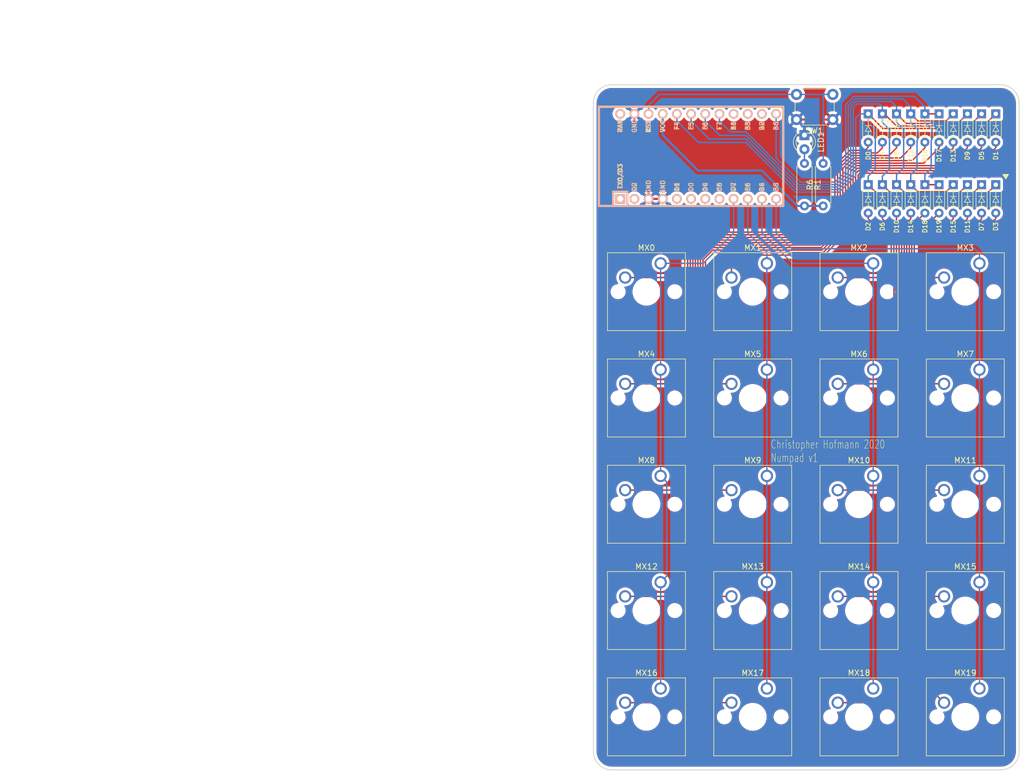
<source format=kicad_pcb>
(kicad_pcb (version 20171130) (host pcbnew "(5.1.6)-1")
  (layers (0 F.Cu signal) (31 B.Cu signal) (34 B.Paste user) (35 F.Paste user) (36 B.SilkS user) (37 F.SilkS user) (38 B.Mask user) (39 F.Mask user) (44 Edge.Cuts user))
  (net 0 "")
  (net 1 row0)
  (net 2 "Net-(D1-Pad2)")
  (net 3 row1)
  (net 4 "Net-(D2-Pad2)")
  (net 5 row2)
  (net 6 "Net-(D3-Pad2)")
  (net 7 "Net-(D4-Pad2)")
  (net 8 row3)
  (net 9 row4)
  (net 10 "Net-(D5-Pad2)")
  (net 11 "Net-(D6-Pad2)")
  (net 12 "Net-(D7-Pad2)")
  (net 13 "Net-(D8-Pad2)")
  (net 14 "Net-(D9-Pad2)")
  (net 15 "Net-(D10-Pad2)")
  (net 16 "Net-(D11-Pad2)")
  (net 17 "Net-(D12-Pad2)")
  (net 18 "Net-(D13-Pad2)")
  (net 19 "Net-(D14-Pad2)")
  (net 20 "Net-(D15-Pad2)")
  (net 21 "Net-(D16-Pad2)")
  (net 22 "Net-(D17-Pad2)")
  (net 23 GND)
  (net 24 +5V)
  (net 25 reset)
  (net 26 "Net-(LED1-Pad2)")
  (net 27 col0)
  (net 28 col2)
  (net 29 "Net-(D18-Pad2)")
  (net 30 "Net-(D19-Pad2)")
  (net 31 col1)
  (net 32 col3)
  (net 33 "Net-(D0-Pad2)")
  (module Keebio-Parts:ArduinoProMicro (layer F.Cu) (at 124.46 27.94)
    (fp_text reference U1 hide)
    (fp_text value ProMicro hide)
    (fp_text user ST (at -8.91 -5.04 90) (layer B.SilkS) (effects (font (size 0.8 0.8)) (justify mirror)))
    (fp_text user TX0/D3 (at -13.97 3.571872 90) (layer F.SilkS) (effects (font (size 0.8 0.8))))
    (fp_text user TX0/D3 (at -13.97 3.571872 90) (layer B.SilkS) (effects (font (size 0.8 0.8)) (justify mirror)))
    (fp_text user D2 (at -11.43 5.461 90) (layer F.SilkS) (effects (font (size 0.8 0.8))))
    (fp_text user D0 (at -1.27 5.461 90) (layer F.SilkS) (effects (font (size 0.8 0.8))))
    (fp_text user D1 (at -3.81 5.461 90) (layer F.SilkS) (effects (font (size 0.8 0.8))))
    (fp_text user GND (at -6.35 5.461 90) (layer F.SilkS) (effects (font (size 0.8 0.8))))
    (fp_text user GND (at -8.89 5.461 90) (layer F.SilkS) (effects (font (size 0.8 0.8))))
    (fp_text user D4 (at 1.27 5.461 90) (layer F.SilkS) (effects (font (size 0.8 0.8))))
    (fp_text user C6 (at 3.81 5.461 90) (layer F.SilkS) (effects (font (size 0.8 0.8))))
    (fp_text user D7 (at 6.35 5.461 90) (layer F.SilkS) (effects (font (size 0.8 0.8))))
    (fp_text user E6 (at 8.89 5.461 90) (layer F.SilkS) (effects (font (size 0.8 0.8))))
    (fp_text user B4 (at 11.43 5.461 90) (layer F.SilkS) (effects (font (size 0.8 0.8))))
    (fp_text user B5 (at 13.97 5.461 90) (layer F.SilkS) (effects (font (size 0.8 0.8))))
    (fp_text user B6 (at 13.97 -5.461 90) (layer F.SilkS) (effects (font (size 0.8 0.8))))
    (fp_text user B2 (at 11.43 -5.461 90) (layer B.SilkS) (effects (font (size 0.8 0.8)) (justify mirror)))
    (fp_text user B3 (at 8.89 -5.461 90) (layer F.SilkS) (effects (font (size 0.8 0.8))))
    (fp_text user B1 (at 6.35 -5.461 90) (layer F.SilkS) (effects (font (size 0.8 0.8))))
    (fp_text user F7 (at 3.81 -5.461 90) (layer B.SilkS) (effects (font (size 0.8 0.8)) (justify mirror)))
    (fp_text user F6 (at 1.27 -5.461 90) (layer B.SilkS) (effects (font (size 0.8 0.8)) (justify mirror)))
    (fp_text user F5 (at -1.27 -5.461 90) (layer B.SilkS) (effects (font (size 0.8 0.8)) (justify mirror)))
    (fp_text user F4 (at -3.81 -5.461 90) (layer F.SilkS) (effects (font (size 0.8 0.8))))
    (fp_text user VCC (at -6.35 -5.461 90) (layer F.SilkS) (effects (font (size 0.8 0.8))))
    (fp_text user ST (at -8.92 -5.73312 90) (layer F.SilkS) (effects (font (size 0.8 0.8))))
    (fp_text user GND (at -11.43 -5.461 90) (layer F.SilkS) (effects (font (size 0.8 0.8))))
    (fp_text user RAW (at -13.97 -5.461 90) (layer F.SilkS) (effects (font (size 0.8 0.8))))
    (fp_text user RAW (at -13.97 -5.461 90) (layer B.SilkS) (effects (font (size 0.8 0.8)) (justify mirror)))
    (fp_text user GND (at -11.43 -5.461 90) (layer B.SilkS) (effects (font (size 0.8 0.8)) (justify mirror)))
    (fp_text user VCC (at -6.35 -5.461 90) (layer B.SilkS) (effects (font (size 0.8 0.8)) (justify mirror)))
    (fp_text user F4 (at -3.81 -5.461 90) (layer B.SilkS) (effects (font (size 0.8 0.8)) (justify mirror)))
    (fp_text user F5 (at -1.27 -5.461 90) (layer F.SilkS) (effects (font (size 0.8 0.8))))
    (fp_text user F6 (at 1.27 -5.461 90) (layer F.SilkS) (effects (font (size 0.8 0.8))))
    (fp_text user F7 (at 3.81 -5.461 90) (layer F.SilkS) (effects (font (size 0.8 0.8))))
    (fp_text user B1 (at 6.35 -5.461 90) (layer B.SilkS) (effects (font (size 0.8 0.8)) (justify mirror)))
    (fp_text user B3 (at 8.89 -5.461 90) (layer B.SilkS) (effects (font (size 0.8 0.8)) (justify mirror)))
    (fp_text user B2 (at 11.43 -5.461 90) (layer F.SilkS) (effects (font (size 0.8 0.8))))
    (fp_text user B6 (at 13.97 -5.461 90) (layer B.SilkS) (effects (font (size 0.8 0.8)) (justify mirror)))
    (fp_text user B5 (at 13.97 5.461 90) (layer B.SilkS) (effects (font (size 0.8 0.8)) (justify mirror)))
    (fp_text user B4 (at 11.43 5.461 90) (layer B.SilkS) (effects (font (size 0.8 0.8)) (justify mirror)))
    (fp_text user E6 (at 8.89 5.461 90) (layer B.SilkS) (effects (font (size 0.8 0.8)) (justify mirror)))
    (fp_text user D7 (at 6.35 5.461 90) (layer B.SilkS) (effects (font (size 0.8 0.8)) (justify mirror)))
    (fp_text user C6 (at 3.81 5.461 90) (layer B.SilkS) (effects (font (size 0.8 0.8)) (justify mirror)))
    (fp_text user D4 (at 1.27 5.461 90) (layer B.SilkS) (effects (font (size 0.8 0.8)) (justify mirror)))
    (fp_text user GND (at -8.89 5.461 90) (layer B.SilkS) (effects (font (size 0.8 0.8)) (justify mirror)))
    (fp_text user GND (at -6.35 5.461 90) (layer B.SilkS) (effects (font (size 0.8 0.8)) (justify mirror)))
    (fp_text user D1 (at -3.81 5.461 90) (layer B.SilkS) (effects (font (size 0.8 0.8)) (justify mirror)))
    (fp_text user D0 (at -1.27 5.461 90) (layer B.SilkS) (effects (font (size 0.8 0.8)) (justify mirror)))
    (fp_text user D2 (at -11.43 5.461 90) (layer B.SilkS) (effects (font (size 0.8 0.8)) (justify mirror)))
    (pad 24 thru_hole circle (at -13.97 -7.62) (size 1.7526 1.7526) (drill 1.0922) (layers *.Cu *.SilkS *.Mask))
    (pad 12 thru_hole circle (at 13.97 7.62) (size 1.7526 1.7526) (drill 1.0922) (layers *.Cu *.SilkS *.Mask) (net 32 col3))
    (pad 23 thru_hole circle (at -11.43 -7.62) (size 1.7526 1.7526) (drill 1.0922) (layers *.Cu *.SilkS *.Mask) (net 23 GND))
    (pad 22 thru_hole circle (at -8.89 -7.62) (size 1.7526 1.7526) (drill 1.0922) (layers *.Cu *.SilkS *.Mask) (net 25 reset))
    (pad 21 thru_hole circle (at -6.35 -7.62) (size 1.7526 1.7526) (drill 1.0922) (layers *.Cu *.SilkS *.Mask) (net 24 +5V))
    (pad 20 thru_hole circle (at -3.81 -7.62) (size 1.7526 1.7526) (drill 1.0922) (layers *.Cu *.SilkS *.Mask) (net 1 row0))
    (pad 19 thru_hole circle (at -1.27 -7.62) (size 1.7526 1.7526) (drill 1.0922) (layers *.Cu *.SilkS *.Mask) (net 3 row1))
    (pad 18 thru_hole circle (at 1.27 -7.62) (size 1.7526 1.7526) (drill 1.0922) (layers *.Cu *.SilkS *.Mask) (net 5 row2))
    (pad 17 thru_hole circle (at 3.81 -7.62) (size 1.7526 1.7526) (drill 1.0922) (layers *.Cu *.SilkS *.Mask) (net 8 row3))
    (pad 16 thru_hole circle (at 6.35 -7.62) (size 1.7526 1.7526) (drill 1.0922) (layers *.Cu *.SilkS *.Mask))
    (pad 15 thru_hole circle (at 8.89 -7.62) (size 1.7526 1.7526) (drill 1.0922) (layers *.Cu *.SilkS *.Mask))
    (pad 14 thru_hole circle (at 11.43 -7.62) (size 1.7526 1.7526) (drill 1.0922) (layers *.Cu *.SilkS *.Mask))
    (pad 13 thru_hole circle (at 13.97 -7.62) (size 1.7526 1.7526) (drill 1.0922) (layers *.Cu *.SilkS *.Mask) (net 9 row4))
    (pad 11 thru_hole circle (at 11.43 7.62) (size 1.7526 1.7526) (drill 1.0922) (layers *.Cu *.SilkS *.Mask) (net 28 col2))
    (pad 10 thru_hole circle (at 8.89 7.62) (size 1.7526 1.7526) (drill 1.0922) (layers *.Cu *.SilkS *.Mask) (net 31 col1))
    (pad 9 thru_hole circle (at 6.35 7.62) (size 1.7526 1.7526) (drill 1.0922) (layers *.Cu *.SilkS *.Mask) (net 27 col0))
    (pad 8 thru_hole circle (at 3.81 7.62) (size 1.7526 1.7526) (drill 1.0922) (layers *.Cu *.SilkS *.Mask))
    (pad 7 thru_hole circle (at 1.27 7.62) (size 1.7526 1.7526) (drill 1.0922) (layers *.Cu *.SilkS *.Mask))
    (pad 6 thru_hole circle (at -1.27 7.62) (size 1.7526 1.7526) (drill 1.0922) (layers *.Cu *.SilkS *.Mask))
    (pad 5 thru_hole circle (at -3.81 7.62) (size 1.7526 1.7526) (drill 1.0922) (layers *.Cu *.SilkS *.Mask))
    (pad 4 thru_hole circle (at -6.35 7.62) (size 1.7526 1.7526) (drill 1.0922) (layers *.Cu *.SilkS *.Mask) (net 23 GND))
    (pad 3 thru_hole circle (at -8.89 7.62) (size 1.7526 1.7526) (drill 1.0922) (layers *.Cu *.SilkS *.Mask) (net 23 GND))
    (pad 2 thru_hole circle (at -11.43 7.62) (size 1.7526 1.7526) (drill 1.0922) (layers *.Cu *.SilkS *.Mask))
    (pad 1 thru_hole rect (at -13.97 7.62) (size 1.7526 1.7526) (drill 1.0922) (layers *.Cu *.SilkS *.Mask))
  )
  (module Button_Switch_THT:SW_PUSH_6mm (layer F.Cu) (at 148.59 21.336 180)
    (fp_text reference SW1 (at 3.25 -2) (layer F.SilkS))
    (fp_text value SW_Push)
    (pad 1 thru_hole circle (at 6.5 0 270) (size 2 2) (drill 1.1) (layers *.Cu *.Mask) (net 23 GND))
    (pad 2 thru_hole circle (at 6.5 4.5 270) (size 2 2) (drill 1.1) (layers *.Cu *.Mask) (net 25 reset))
    (pad 1 thru_hole circle (at 0 0 270) (size 2 2) (drill 1.1) (layers *.Cu *.Mask) (net 23 GND))
    (pad 2 thru_hole circle (at 0 4.5 270) (size 2 2) (drill 1.1) (layers *.Cu *.Mask) (net 25 reset))
  )
  (module Button_Switch_Keyboard:SW_Cherry_MX_1.00u_PCB (layer F.Cu) (at 136.779 47.117)
    (fp_text reference MX1 (at -2.54 -2.794) (layer F.SilkS))
    (fp_text value MX-NoLED)
    (pad "" np_thru_hole circle (at 2.54 5.08) (size 1.7 1.7) (drill 1.7) (layers *.Cu *.Mask))
    (pad "" np_thru_hole circle (at -7.62 5.08) (size 1.7 1.7) (drill 1.7) (layers *.Cu *.Mask))
    (pad "" np_thru_hole circle (at -2.54 5.08) (size 4 4) (drill 4) (layers *.Cu *.Mask))
    (pad 2 thru_hole circle (at -6.35 2.54) (size 2.2 2.2) (drill 1.5) (layers *.Cu *.Mask) (net 2 "Net-(D1-Pad2)"))
    (pad 1 thru_hole circle (at 0 0) (size 2.2 2.2) (drill 1.5) (layers *.Cu *.Mask) (net 31 col1))
  )
  (module Button_Switch_Keyboard:SW_Cherry_MX_1.00u_PCB (layer F.Cu) (at 117.729 123.317)
    (fp_text reference MX16 (at -2.54 -2.794) (layer F.SilkS))
    (fp_text value MX-NoLED)
    (pad "" np_thru_hole circle (at 2.54 5.08) (size 1.7 1.7) (drill 1.7) (layers *.Cu *.Mask))
    (pad "" np_thru_hole circle (at -7.62 5.08) (size 1.7 1.7) (drill 1.7) (layers *.Cu *.Mask))
    (pad "" np_thru_hole circle (at -2.54 5.08) (size 4 4) (drill 4) (layers *.Cu *.Mask))
    (pad 2 thru_hole circle (at -6.35 2.54) (size 2.2 2.2) (drill 1.5) (layers *.Cu *.Mask) (net 21 "Net-(D16-Pad2)"))
    (pad 1 thru_hole circle (at 0 0) (size 2.2 2.2) (drill 1.5) (layers *.Cu *.Mask) (net 27 col0))
  )
  (module Button_Switch_Keyboard:SW_Cherry_MX_1.00u_PCB (layer F.Cu) (at 155.829 104.267)
    (fp_text reference MX14 (at -2.54 -2.794) (layer F.SilkS))
    (fp_text value MX-NoLED)
    (pad "" np_thru_hole circle (at 2.54 5.08) (size 1.7 1.7) (drill 1.7) (layers *.Cu *.Mask))
    (pad "" np_thru_hole circle (at -7.62 5.08) (size 1.7 1.7) (drill 1.7) (layers *.Cu *.Mask))
    (pad "" np_thru_hole circle (at -2.54 5.08) (size 4 4) (drill 4) (layers *.Cu *.Mask))
    (pad 2 thru_hole circle (at -6.35 2.54) (size 2.2 2.2) (drill 1.5) (layers *.Cu *.Mask) (net 19 "Net-(D14-Pad2)"))
    (pad 1 thru_hole circle (at 0 0) (size 2.2 2.2) (drill 1.5) (layers *.Cu *.Mask) (net 28 col2))
  )
  (module USER_FOOTPRINTS:D_DO-35_SOD27_P5.08mm_Horizontal (layer F.Cu) (at 167.64 19.05 270)
    (fp_text reference D17 (at 8.77 0 90) (layer F.SilkS) (effects (font (size 0.8 0.8))))
    (fp_text value 1N4148)
    (pad 2 thru_hole oval (at 6.35 0 270) (size 1.6 1.6) (drill 0.8) (layers *.Cu *.Mask) (net 22 "Net-(D17-Pad2)"))
    (pad 1 thru_hole rect (at 1.27 0 270) (size 1.6 1.6) (drill 0.8) (layers *.Cu *.Mask) (net 9 row4))
  )
  (module USER_FOOTPRINTS:D_DO-35_SOD27_P5.08mm_Horizontal (layer F.Cu) (at 170.18 19.05 270)
    (fp_text reference D13 (at 8.77 0 90) (layer F.SilkS) (effects (font (size 0.8 0.8))))
    (fp_text value 1N4148)
    (pad 2 thru_hole oval (at 6.35 0 270) (size 1.6 1.6) (drill 0.8) (layers *.Cu *.Mask) (net 18 "Net-(D13-Pad2)"))
    (pad 1 thru_hole rect (at 1.27 0 270) (size 1.6 1.6) (drill 0.8) (layers *.Cu *.Mask) (net 8 row3))
  )
  (module USER_FOOTPRINTS:D_DO-35_SOD27_P5.08mm_Horizontal (layer F.Cu) (at 175.26 19.05 270)
    (fp_text reference D5 (at 8.77 0 90) (layer F.SilkS) (effects (font (size 0.8 0.8))))
    (fp_text value 1N4148)
    (pad 2 thru_hole oval (at 6.35 0 270) (size 1.6 1.6) (drill 0.8) (layers *.Cu *.Mask) (net 10 "Net-(D5-Pad2)"))
    (pad 1 thru_hole rect (at 1.27 0 270) (size 1.6 1.6) (drill 0.8) (layers *.Cu *.Mask) (net 3 row1))
  )
  (module USER_FOOTPRINTS:D_DO-35_SOD27_P5.08mm_Horizontal (layer F.Cu) (at 177.8 19.05 270)
    (fp_text reference D1 (at 8.77 0 90) (layer F.SilkS) (effects (font (size 0.8 0.8))))
    (fp_text value 1N4148)
    (pad 2 thru_hole oval (at 6.35 0 270) (size 1.6 1.6) (drill 0.8) (layers *.Cu *.Mask) (net 2 "Net-(D1-Pad2)"))
    (pad 1 thru_hole rect (at 1.27 0 270) (size 1.6 1.6) (drill 0.8) (layers *.Cu *.Mask) (net 1 row0))
  )
  (module USER_FOOTPRINTS:D_DO-35_SOD27_P5.08mm_Horizontal (layer F.Cu) (at 165.1 19.05 270)
    (fp_text reference D16 (at 8.77 0 90) (layer F.SilkS) (effects (font (size 0.8 0.8))))
    (fp_text value 1N4148)
    (pad 2 thru_hole oval (at 6.35 0 270) (size 1.6 1.6) (drill 0.8) (layers *.Cu *.Mask) (net 21 "Net-(D16-Pad2)"))
    (pad 1 thru_hole rect (at 1.27 0 270) (size 1.6 1.6) (drill 0.8) (layers *.Cu *.Mask) (net 9 row4))
  )
  (module USER_FOOTPRINTS:D_DO-35_SOD27_P5.08mm_Horizontal (layer F.Cu) (at 157.48 19.05 270)
    (fp_text reference D4 (at 8.77 0 90) (layer F.SilkS) (effects (font (size 0.8 0.8))))
    (fp_text value 1N4148)
    (pad 2 thru_hole oval (at 6.35 0 270) (size 1.6 1.6) (drill 0.8) (layers *.Cu *.Mask) (net 7 "Net-(D4-Pad2)"))
    (pad 1 thru_hole rect (at 1.27 0 270) (size 1.6 1.6) (drill 0.8) (layers *.Cu *.Mask) (net 3 row1))
  )
  (module USER_FOOTPRINTS:D_DO-35_SOD27_P5.08mm_Horizontal (layer F.Cu) (at 162.56 19.05 270)
    (fp_text reference D12 (at 8.77 0 90) (layer F.SilkS) (effects (font (size 0.8 0.8))))
    (fp_text value 1N4148)
    (pad 2 thru_hole oval (at 6.35 0 270) (size 1.6 1.6) (drill 0.8) (layers *.Cu *.Mask) (net 17 "Net-(D12-Pad2)"))
    (pad 1 thru_hole rect (at 1.27 0 270) (size 1.6 1.6) (drill 0.8) (layers *.Cu *.Mask) (net 8 row3))
  )
  (module USER_FOOTPRINTS:D_DO-35_SOD27_P5.08mm_Horizontal (layer F.Cu) (at 160.02 19.05 270)
    (fp_text reference D8 (at 8.77 0 90) (layer F.SilkS) (effects (font (size 0.8 0.8))))
    (fp_text value 1N4148)
    (pad 2 thru_hole oval (at 6.35 0 270) (size 1.6 1.6) (drill 0.8) (layers *.Cu *.Mask) (net 13 "Net-(D8-Pad2)"))
    (pad 1 thru_hole rect (at 1.27 0 270) (size 1.6 1.6) (drill 0.8) (layers *.Cu *.Mask) (net 5 row2))
  )
  (module USER_FOOTPRINTS:D_DO-35_SOD27_P5.08mm_Horizontal (layer F.Cu) (at 172.72 19.05 270)
    (fp_text reference D9 (at 8.77 0 90) (layer F.SilkS) (effects (font (size 0.8 0.8))))
    (fp_text value 1N4148)
    (pad 2 thru_hole oval (at 6.35 0 270) (size 1.6 1.6) (drill 0.8) (layers *.Cu *.Mask) (net 14 "Net-(D9-Pad2)"))
    (pad 1 thru_hole rect (at 1.27 0 270) (size 1.6 1.6) (drill 0.8) (layers *.Cu *.Mask) (net 5 row2))
  )
  (module USER_FOOTPRINTS:D_DO-35_SOD27_P5.08mm_Horizontal (layer F.Cu) (at 170.18 31.75 270)
    (fp_text reference D15 (at 8.77 0 90) (layer F.SilkS) (effects (font (size 0.8 0.8))))
    (fp_text value 1N4148)
    (pad 2 thru_hole oval (at 6.35 0 270) (size 1.6 1.6) (drill 0.8) (layers *.Cu *.Mask) (net 20 "Net-(D15-Pad2)"))
    (pad 1 thru_hole rect (at 1.27 0 270) (size 1.6 1.6) (drill 0.8) (layers *.Cu *.Mask) (net 8 row3))
  )
  (module USER_FOOTPRINTS:D_DO-35_SOD27_P5.08mm_Horizontal (layer F.Cu) (at 167.64 31.75 270)
    (fp_text reference D19 (at 8.77 0 90) (layer F.SilkS) (effects (font (size 0.8 0.8))))
    (fp_text value 1N4148)
    (pad 2 thru_hole oval (at 6.35 0 270) (size 1.6 1.6) (drill 0.8) (layers *.Cu *.Mask) (net 30 "Net-(D19-Pad2)"))
    (pad 1 thru_hole rect (at 1.27 0 270) (size 1.6 1.6) (drill 0.8) (layers *.Cu *.Mask) (net 9 row4))
  )
  (module USER_FOOTPRINTS:D_DO-35_SOD27_P5.08mm_Horizontal (layer F.Cu) (at 165.1 31.75 270)
    (fp_text reference D18 (at 8.77 0 90) (layer F.SilkS) (effects (font (size 0.8 0.8))))
    (fp_text value 1N4148)
    (pad 2 thru_hole oval (at 6.35 0 270) (size 1.6 1.6) (drill 0.8) (layers *.Cu *.Mask) (net 29 "Net-(D18-Pad2)"))
    (pad 1 thru_hole rect (at 1.27 0 270) (size 1.6 1.6) (drill 0.8) (layers *.Cu *.Mask) (net 9 row4))
  )
  (module USER_FOOTPRINTS:D_DO-35_SOD27_P5.08mm_Horizontal (layer F.Cu) (at 162.56 31.75 270)
    (fp_text reference D14 (at 8.77 0 90) (layer F.SilkS) (effects (font (size 0.8 0.8))))
    (fp_text value 1N4148)
    (pad 2 thru_hole oval (at 6.35 0 270) (size 1.6 1.6) (drill 0.8) (layers *.Cu *.Mask) (net 19 "Net-(D14-Pad2)"))
    (pad 1 thru_hole rect (at 1.27 0 270) (size 1.6 1.6) (drill 0.8) (layers *.Cu *.Mask) (net 8 row3))
  )
  (module USER_FOOTPRINTS:D_DO-35_SOD27_P5.08mm_Horizontal (layer F.Cu) (at 172.72 31.75 270)
    (fp_text reference D11 (at 8.77 0 90) (layer F.SilkS) (effects (font (size 0.8 0.8))))
    (fp_text value 1N4148)
    (pad 2 thru_hole oval (at 6.35 0 270) (size 1.6 1.6) (drill 0.8) (layers *.Cu *.Mask) (net 16 "Net-(D11-Pad2)"))
    (pad 1 thru_hole rect (at 1.27 0 270) (size 1.6 1.6) (drill 0.8) (layers *.Cu *.Mask) (net 5 row2))
  )
  (module USER_FOOTPRINTS:D_DO-35_SOD27_P5.08mm_Horizontal (layer F.Cu) (at 160.02 31.75 270)
    (fp_text reference D10 (at 8.77 0 90) (layer F.SilkS) (effects (font (size 0.8 0.8))))
    (fp_text value 1N4148)
    (pad 2 thru_hole oval (at 6.35 0 270) (size 1.6 1.6) (drill 0.8) (layers *.Cu *.Mask) (net 15 "Net-(D10-Pad2)"))
    (pad 1 thru_hole rect (at 1.27 0 270) (size 1.6 1.6) (drill 0.8) (layers *.Cu *.Mask) (net 5 row2))
  )
  (module USER_FOOTPRINTS:D_DO-35_SOD27_P5.08mm_Horizontal (layer F.Cu) (at 175.26 31.75 270)
    (fp_text reference D7 (at 8.77 0 90) (layer F.SilkS) (effects (font (size 0.8 0.8))))
    (fp_text value 1N4148)
    (pad 2 thru_hole oval (at 6.35 0 270) (size 1.6 1.6) (drill 0.8) (layers *.Cu *.Mask) (net 12 "Net-(D7-Pad2)"))
    (pad 1 thru_hole rect (at 1.27 0 270) (size 1.6 1.6) (drill 0.8) (layers *.Cu *.Mask) (net 3 row1))
  )
  (module USER_FOOTPRINTS:D_DO-35_SOD27_P5.08mm_Horizontal (layer F.Cu) (at 157.48 31.75 270)
    (fp_text reference D6 (at 8.77 0 90) (layer F.SilkS) (effects (font (size 0.8 0.8))))
    (fp_text value 1N4148)
    (pad 2 thru_hole oval (at 6.35 0 270) (size 1.6 1.6) (drill 0.8) (layers *.Cu *.Mask) (net 11 "Net-(D6-Pad2)"))
    (pad 1 thru_hole rect (at 1.27 0 270) (size 1.6 1.6) (drill 0.8) (layers *.Cu *.Mask) (net 3 row1))
  )
  (module USER_FOOTPRINTS:D_DO-35_SOD27_P5.08mm_Horizontal (layer F.Cu) (at 177.8 31.75 270)
    (fp_text reference D3 (at 8.77 0 90) (layer F.SilkS) (effects (font (size 0.8 0.8))))
    (fp_text value 1N4148)
    (pad 2 thru_hole oval (at 6.35 0 270) (size 1.6 1.6) (drill 0.8) (layers *.Cu *.Mask) (net 6 "Net-(D3-Pad2)"))
    (pad 1 thru_hole rect (at 1.27 0 270) (size 1.6 1.6) (drill 0.8) (layers *.Cu *.Mask) (net 1 row0))
  )
  (module USER_FOOTPRINTS:D_DO-35_SOD27_P5.08mm_Horizontal (layer F.Cu) (at 154.94 31.75 270)
    (fp_text reference D2 (at 8.77 0 90) (layer F.SilkS) (effects (font (size 0.8 0.8))))
    (fp_text value 1N4148)
    (pad 2 thru_hole oval (at 6.35 0 270) (size 1.6 1.6) (drill 0.8) (layers *.Cu *.Mask) (net 4 "Net-(D2-Pad2)"))
    (pad 1 thru_hole rect (at 1.27 0 270) (size 1.6 1.6) (drill 0.8) (layers *.Cu *.Mask) (net 1 row0))
  )
  (module USER_FOOTPRINTS:D_DO-35_SOD27_P5.08mm_Horizontal (layer F.Cu) (at 154.94 19.05 270)
    (fp_text reference D0 (at 8.77 0 90) (layer F.SilkS) (effects (font (size 0.8 0.8))))
    (fp_text value 1N4148)
    (pad 2 thru_hole oval (at 6.35 0 270) (size 1.6 1.6) (drill 0.8) (layers *.Cu *.Mask) (net 33 "Net-(D0-Pad2)"))
    (pad 1 thru_hole rect (at 1.27 0 270) (size 1.6 1.6) (drill 0.8) (layers *.Cu *.Mask) (net 1 row0))
  )
  (module Button_Switch_Keyboard:SW_Cherry_MX_1.00u_PCB (layer F.Cu) (at 174.879 123.317)
    (fp_text reference MX19 (at -2.54 -2.794) (layer F.SilkS))
    (fp_text value MX-NoLED)
    (pad "" np_thru_hole circle (at 2.54 5.08) (size 1.7 1.7) (drill 1.7) (layers *.Cu *.Mask))
    (pad "" np_thru_hole circle (at -7.62 5.08) (size 1.7 1.7) (drill 1.7) (layers *.Cu *.Mask))
    (pad "" np_thru_hole circle (at -2.54 5.08) (size 4 4) (drill 4) (layers *.Cu *.Mask))
    (pad 2 thru_hole circle (at -6.35 2.54) (size 2.2 2.2) (drill 1.5) (layers *.Cu *.Mask) (net 30 "Net-(D19-Pad2)"))
    (pad 1 thru_hole circle (at 0 0) (size 2.2 2.2) (drill 1.5) (layers *.Cu *.Mask) (net 32 col3))
  )
  (module Button_Switch_Keyboard:SW_Cherry_MX_1.00u_PCB (layer F.Cu) (at 155.829 123.317)
    (fp_text reference MX18 (at -2.54 -2.794) (layer F.SilkS))
    (fp_text value MX-NoLED)
    (pad "" np_thru_hole circle (at 2.54 5.08) (size 1.7 1.7) (drill 1.7) (layers *.Cu *.Mask))
    (pad "" np_thru_hole circle (at -7.62 5.08) (size 1.7 1.7) (drill 1.7) (layers *.Cu *.Mask))
    (pad "" np_thru_hole circle (at -2.54 5.08) (size 4 4) (drill 4) (layers *.Cu *.Mask))
    (pad 2 thru_hole circle (at -6.35 2.54) (size 2.2 2.2) (drill 1.5) (layers *.Cu *.Mask) (net 29 "Net-(D18-Pad2)"))
    (pad 1 thru_hole circle (at 0 0) (size 2.2 2.2) (drill 1.5) (layers *.Cu *.Mask) (net 28 col2))
  )
  (module Button_Switch_Keyboard:SW_Cherry_MX_1.00u_PCB (layer F.Cu) (at 136.779 123.317)
    (fp_text reference MX17 (at -2.54 -2.794) (layer F.SilkS))
    (fp_text value MX-NoLED)
    (pad "" np_thru_hole circle (at 2.54 5.08) (size 1.7 1.7) (drill 1.7) (layers *.Cu *.Mask))
    (pad "" np_thru_hole circle (at -7.62 5.08) (size 1.7 1.7) (drill 1.7) (layers *.Cu *.Mask))
    (pad "" np_thru_hole circle (at -2.54 5.08) (size 4 4) (drill 4) (layers *.Cu *.Mask))
    (pad 2 thru_hole circle (at -6.35 2.54) (size 2.2 2.2) (drill 1.5) (layers *.Cu *.Mask) (net 22 "Net-(D17-Pad2)"))
    (pad 1 thru_hole circle (at 0 0) (size 2.2 2.2) (drill 1.5) (layers *.Cu *.Mask) (net 31 col1))
  )
  (module Button_Switch_Keyboard:SW_Cherry_MX_1.00u_PCB (layer F.Cu) (at 174.879 104.267)
    (fp_text reference MX15 (at -2.54 -2.794) (layer F.SilkS))
    (fp_text value MX-NoLED)
    (pad "" np_thru_hole circle (at 2.54 5.08) (size 1.7 1.7) (drill 1.7) (layers *.Cu *.Mask))
    (pad "" np_thru_hole circle (at -7.62 5.08) (size 1.7 1.7) (drill 1.7) (layers *.Cu *.Mask))
    (pad "" np_thru_hole circle (at -2.54 5.08) (size 4 4) (drill 4) (layers *.Cu *.Mask))
    (pad 2 thru_hole circle (at -6.35 2.54) (size 2.2 2.2) (drill 1.5) (layers *.Cu *.Mask) (net 20 "Net-(D15-Pad2)"))
    (pad 1 thru_hole circle (at 0 0) (size 2.2 2.2) (drill 1.5) (layers *.Cu *.Mask) (net 32 col3))
  )
  (module Button_Switch_Keyboard:SW_Cherry_MX_1.00u_PCB (layer F.Cu) (at 136.779 104.267)
    (fp_text reference MX13 (at -2.54 -2.794) (layer F.SilkS))
    (fp_text value MX-NoLED)
    (pad "" np_thru_hole circle (at 2.54 5.08) (size 1.7 1.7) (drill 1.7) (layers *.Cu *.Mask))
    (pad "" np_thru_hole circle (at -7.62 5.08) (size 1.7 1.7) (drill 1.7) (layers *.Cu *.Mask))
    (pad "" np_thru_hole circle (at -2.54 5.08) (size 4 4) (drill 4) (layers *.Cu *.Mask))
    (pad 2 thru_hole circle (at -6.35 2.54) (size 2.2 2.2) (drill 1.5) (layers *.Cu *.Mask) (net 18 "Net-(D13-Pad2)"))
    (pad 1 thru_hole circle (at 0 0) (size 2.2 2.2) (drill 1.5) (layers *.Cu *.Mask) (net 31 col1))
  )
  (module Button_Switch_Keyboard:SW_Cherry_MX_1.00u_PCB (layer F.Cu) (at 117.729 104.267)
    (fp_text reference MX12 (at -2.54 -2.794) (layer F.SilkS))
    (fp_text value MX-NoLED)
    (pad "" np_thru_hole circle (at 2.54 5.08) (size 1.7 1.7) (drill 1.7) (layers *.Cu *.Mask))
    (pad "" np_thru_hole circle (at -7.62 5.08) (size 1.7 1.7) (drill 1.7) (layers *.Cu *.Mask))
    (pad "" np_thru_hole circle (at -2.54 5.08) (size 4 4) (drill 4) (layers *.Cu *.Mask))
    (pad 2 thru_hole circle (at -6.35 2.54) (size 2.2 2.2) (drill 1.5) (layers *.Cu *.Mask) (net 17 "Net-(D12-Pad2)"))
    (pad 1 thru_hole circle (at 0 0) (size 2.2 2.2) (drill 1.5) (layers *.Cu *.Mask) (net 27 col0))
  )
  (module Button_Switch_Keyboard:SW_Cherry_MX_1.00u_PCB (layer F.Cu) (at 174.879 85.217)
    (fp_text reference MX11 (at -2.54 -2.794) (layer F.SilkS))
    (fp_text value MX-NoLED)
    (pad "" np_thru_hole circle (at 2.54 5.08) (size 1.7 1.7) (drill 1.7) (layers *.Cu *.Mask))
    (pad "" np_thru_hole circle (at -7.62 5.08) (size 1.7 1.7) (drill 1.7) (layers *.Cu *.Mask))
    (pad "" np_thru_hole circle (at -2.54 5.08) (size 4 4) (drill 4) (layers *.Cu *.Mask))
    (pad 2 thru_hole circle (at -6.35 2.54) (size 2.2 2.2) (drill 1.5) (layers *.Cu *.Mask) (net 16 "Net-(D11-Pad2)"))
    (pad 1 thru_hole circle (at 0 0) (size 2.2 2.2) (drill 1.5) (layers *.Cu *.Mask) (net 32 col3))
  )
  (module Button_Switch_Keyboard:SW_Cherry_MX_1.00u_PCB (layer F.Cu) (at 155.829 85.217)
    (fp_text reference MX10 (at -2.54 -2.794) (layer F.SilkS))
    (fp_text value MX-NoLED)
    (pad "" np_thru_hole circle (at 2.54 5.08) (size 1.7 1.7) (drill 1.7) (layers *.Cu *.Mask))
    (pad "" np_thru_hole circle (at -7.62 5.08) (size 1.7 1.7) (drill 1.7) (layers *.Cu *.Mask))
    (pad "" np_thru_hole circle (at -2.54 5.08) (size 4 4) (drill 4) (layers *.Cu *.Mask))
    (pad 2 thru_hole circle (at -6.35 2.54) (size 2.2 2.2) (drill 1.5) (layers *.Cu *.Mask) (net 15 "Net-(D10-Pad2)"))
    (pad 1 thru_hole circle (at 0 0) (size 2.2 2.2) (drill 1.5) (layers *.Cu *.Mask) (net 28 col2))
  )
  (module Button_Switch_Keyboard:SW_Cherry_MX_1.00u_PCB (layer F.Cu) (at 136.779 85.217)
    (fp_text reference MX9 (at -2.54 -2.794) (layer F.SilkS))
    (fp_text value MX-NoLED)
    (pad "" np_thru_hole circle (at 2.54 5.08) (size 1.7 1.7) (drill 1.7) (layers *.Cu *.Mask))
    (pad "" np_thru_hole circle (at -7.62 5.08) (size 1.7 1.7) (drill 1.7) (layers *.Cu *.Mask))
    (pad "" np_thru_hole circle (at -2.54 5.08) (size 4 4) (drill 4) (layers *.Cu *.Mask))
    (pad 2 thru_hole circle (at -6.35 2.54) (size 2.2 2.2) (drill 1.5) (layers *.Cu *.Mask) (net 14 "Net-(D9-Pad2)"))
    (pad 1 thru_hole circle (at 0 0) (size 2.2 2.2) (drill 1.5) (layers *.Cu *.Mask) (net 31 col1))
  )
  (module Button_Switch_Keyboard:SW_Cherry_MX_1.00u_PCB (layer F.Cu) (at 117.729 85.217)
    (fp_text reference MX8 (at -2.54 -2.794) (layer F.SilkS))
    (fp_text value MX-NoLED)
    (pad "" np_thru_hole circle (at 2.54 5.08) (size 1.7 1.7) (drill 1.7) (layers *.Cu *.Mask))
    (pad "" np_thru_hole circle (at -7.62 5.08) (size 1.7 1.7) (drill 1.7) (layers *.Cu *.Mask))
    (pad "" np_thru_hole circle (at -2.54 5.08) (size 4 4) (drill 4) (layers *.Cu *.Mask))
    (pad 2 thru_hole circle (at -6.35 2.54) (size 2.2 2.2) (drill 1.5) (layers *.Cu *.Mask) (net 13 "Net-(D8-Pad2)"))
    (pad 1 thru_hole circle (at 0 0) (size 2.2 2.2) (drill 1.5) (layers *.Cu *.Mask) (net 27 col0))
  )
  (module Button_Switch_Keyboard:SW_Cherry_MX_1.00u_PCB (layer F.Cu) (at 174.879 66.167)
    (fp_text reference MX7 (at -2.54 -2.794) (layer F.SilkS))
    (fp_text value MX-NoLED)
    (pad "" np_thru_hole circle (at 2.54 5.08) (size 1.7 1.7) (drill 1.7) (layers *.Cu *.Mask))
    (pad "" np_thru_hole circle (at -7.62 5.08) (size 1.7 1.7) (drill 1.7) (layers *.Cu *.Mask))
    (pad "" np_thru_hole circle (at -2.54 5.08) (size 4 4) (drill 4) (layers *.Cu *.Mask))
    (pad 2 thru_hole circle (at -6.35 2.54) (size 2.2 2.2) (drill 1.5) (layers *.Cu *.Mask) (net 12 "Net-(D7-Pad2)"))
    (pad 1 thru_hole circle (at 0 0) (size 2.2 2.2) (drill 1.5) (layers *.Cu *.Mask) (net 32 col3))
  )
  (module Button_Switch_Keyboard:SW_Cherry_MX_1.00u_PCB (layer F.Cu) (at 155.829 66.167)
    (fp_text reference MX6 (at -2.54 -2.794) (layer F.SilkS))
    (fp_text value MX-NoLED)
    (pad "" np_thru_hole circle (at 2.54 5.08) (size 1.7 1.7) (drill 1.7) (layers *.Cu *.Mask))
    (pad "" np_thru_hole circle (at -7.62 5.08) (size 1.7 1.7) (drill 1.7) (layers *.Cu *.Mask))
    (pad "" np_thru_hole circle (at -2.54 5.08) (size 4 4) (drill 4) (layers *.Cu *.Mask))
    (pad 2 thru_hole circle (at -6.35 2.54) (size 2.2 2.2) (drill 1.5) (layers *.Cu *.Mask) (net 11 "Net-(D6-Pad2)"))
    (pad 1 thru_hole circle (at 0 0) (size 2.2 2.2) (drill 1.5) (layers *.Cu *.Mask) (net 28 col2))
  )
  (module Button_Switch_Keyboard:SW_Cherry_MX_1.00u_PCB (layer F.Cu) (at 136.779 66.167)
    (fp_text reference MX5 (at -2.54 -2.794) (layer F.SilkS))
    (fp_text value MX-NoLED)
    (pad "" np_thru_hole circle (at 2.54 5.08) (size 1.7 1.7) (drill 1.7) (layers *.Cu *.Mask))
    (pad "" np_thru_hole circle (at -7.62 5.08) (size 1.7 1.7) (drill 1.7) (layers *.Cu *.Mask))
    (pad "" np_thru_hole circle (at -2.54 5.08) (size 4 4) (drill 4) (layers *.Cu *.Mask))
    (pad 2 thru_hole circle (at -6.35 2.54) (size 2.2 2.2) (drill 1.5) (layers *.Cu *.Mask) (net 10 "Net-(D5-Pad2)"))
    (pad 1 thru_hole circle (at 0 0) (size 2.2 2.2) (drill 1.5) (layers *.Cu *.Mask) (net 31 col1))
  )
  (module Button_Switch_Keyboard:SW_Cherry_MX_1.00u_PCB (layer F.Cu) (at 117.729 66.167)
    (fp_text reference MX4 (at -2.54 -2.794) (layer F.SilkS))
    (fp_text value MX-NoLED)
    (pad "" np_thru_hole circle (at 2.54 5.08) (size 1.7 1.7) (drill 1.7) (layers *.Cu *.Mask))
    (pad "" np_thru_hole circle (at -7.62 5.08) (size 1.7 1.7) (drill 1.7) (layers *.Cu *.Mask))
    (pad "" np_thru_hole circle (at -2.54 5.08) (size 4 4) (drill 4) (layers *.Cu *.Mask))
    (pad 2 thru_hole circle (at -6.35 2.54) (size 2.2 2.2) (drill 1.5) (layers *.Cu *.Mask) (net 7 "Net-(D4-Pad2)"))
    (pad 1 thru_hole circle (at 0 0) (size 2.2 2.2) (drill 1.5) (layers *.Cu *.Mask) (net 27 col0))
  )
  (module Button_Switch_Keyboard:SW_Cherry_MX_1.00u_PCB (layer F.Cu) (at 174.879 47.117)
    (fp_text reference MX3 (at -2.54 -2.794) (layer F.SilkS))
    (fp_text value MX-NoLED)
    (pad "" np_thru_hole circle (at 2.54 5.08) (size 1.7 1.7) (drill 1.7) (layers *.Cu *.Mask))
    (pad "" np_thru_hole circle (at -7.62 5.08) (size 1.7 1.7) (drill 1.7) (layers *.Cu *.Mask))
    (pad "" np_thru_hole circle (at -2.54 5.08) (size 4 4) (drill 4) (layers *.Cu *.Mask))
    (pad 2 thru_hole circle (at -6.35 2.54) (size 2.2 2.2) (drill 1.5) (layers *.Cu *.Mask) (net 6 "Net-(D3-Pad2)"))
    (pad 1 thru_hole circle (at 0 0) (size 2.2 2.2) (drill 1.5) (layers *.Cu *.Mask) (net 32 col3))
  )
  (module Button_Switch_Keyboard:SW_Cherry_MX_1.00u_PCB (layer F.Cu) (at 155.829 47.117)
    (fp_text reference MX2 (at -2.54 -2.794) (layer F.SilkS))
    (fp_text value MX-NoLED)
    (pad "" np_thru_hole circle (at 2.54 5.08) (size 1.7 1.7) (drill 1.7) (layers *.Cu *.Mask))
    (pad "" np_thru_hole circle (at -7.62 5.08) (size 1.7 1.7) (drill 1.7) (layers *.Cu *.Mask))
    (pad "" np_thru_hole circle (at -2.54 5.08) (size 4 4) (drill 4) (layers *.Cu *.Mask))
    (pad 2 thru_hole circle (at -6.35 2.54) (size 2.2 2.2) (drill 1.5) (layers *.Cu *.Mask) (net 4 "Net-(D2-Pad2)"))
    (pad 1 thru_hole circle (at 0 0) (size 2.2 2.2) (drill 1.5) (layers *.Cu *.Mask) (net 28 col2))
  )
  (module Button_Switch_Keyboard:SW_Cherry_MX_1.00u_PCB (layer F.Cu) (at 117.729 47.117)
    (fp_text reference MX0 (at -2.54 -2.794) (layer F.SilkS))
    (fp_text value MX-NoLED)
    (pad "" np_thru_hole circle (at 2.54 5.08) (size 1.7 1.7) (drill 1.7) (layers *.Cu *.Mask))
    (pad "" np_thru_hole circle (at -7.62 5.08) (size 1.7 1.7) (drill 1.7) (layers *.Cu *.Mask))
    (pad "" np_thru_hole circle (at -2.54 5.08) (size 4 4) (drill 4) (layers *.Cu *.Mask))
    (pad 2 thru_hole circle (at -6.35 2.54) (size 2.2 2.2) (drill 1.5) (layers *.Cu *.Mask) (net 33 "Net-(D0-Pad2)"))
    (pad 1 thru_hole circle (at 0 0) (size 2.2 2.2) (drill 1.5) (layers *.Cu *.Mask) (net 27 col0))
  )
  (module Resistor_THT:R_Axial_DIN0207_L6.3mm_D2.5mm_P7.62mm_Horizontal (layer F.Cu) (at 146.864493 36.83 90)
    (fp_text reference R6 (at 3.81 -2.37 90) (layer F.SilkS))
    (fp_text value 10K)
    (pad 2 thru_hole oval (at 7.62 0 90) (size 1.6 1.6) (drill 0.8) (layers *.Cu *.Mask) (net 25 reset))
    (pad 1 thru_hole circle (at 0 0 90) (size 1.6 1.6) (drill 0.8) (layers *.Cu *.Mask) (net 24 +5V))
  )
  (module Resistor_THT:R_Axial_DIN0207_L6.3mm_D2.5mm_P7.62mm_Horizontal (layer F.Cu) (at 143.51 29.21 270)
    (fp_text reference R1 (at 3.81 -2.37 90) (layer F.SilkS))
    (fp_text value 1.5k)
    (pad 2 thru_hole oval (at 7.62 0 270) (size 1.6 1.6) (drill 0.8) (layers *.Cu *.Mask) (net 24 +5V))
    (pad 1 thru_hole circle (at 0 0 270) (size 1.6 1.6) (drill 0.8) (layers *.Cu *.Mask) (net 26 "Net-(LED1-Pad2)"))
  )
  (module LED_THT:LED_D3.0mm (layer F.Cu) (at 143.51 24.13 270)
    (fp_text reference LED1 (at 1.27 -2.96 90) (layer F.SilkS))
    (fp_text value POWER)
    (pad 2 thru_hole circle (at 2.54 0 270) (size 1.8 1.8) (drill 0.9) (layers *.Cu *.Mask) (net 26 "Net-(LED1-Pad2)"))
    (pad 1 thru_hole rect (at 0 0 270) (size 1.8 1.8) (drill 0.9) (layers *.Cu *.Mask) (net 23 GND))
  )
  (gr_poly (pts (xy 179.598889 31.968237) (xy 179.073959 31.180842) (xy 180.071326 31.180842)) (layer F.SilkS) (width 0.15))
  (gr_arc (start 108.977543 134.594615) (end 105.670421 134.594615) (angle -90) (layer Edge.Cuts) (width 0.15))
  (gr_arc (start 178.689575 134.594615) (end 178.689575 137.901737) (angle -90) (layer Edge.Cuts) (width 0.15))
  (gr_arc (start 178.689575 18.408859) (end 181.996697 18.408859) (angle -90) (layer Edge.Cuts) (width 0.15))
  (gr_arc (start 108.977543 18.408859) (end 108.977543 15.101737) (angle -90) (layer Edge.Cuts) (width 0.15))
  (gr_text "Christopher Hofmann 2020\nNumpad v1" (at 137.414 80.772) (layer F.SilkS) (effects (font (size 1.5 1) (thickness 0.075)) (justify left)))
  (gr_line (start 105.670421 134.594615) (end 105.670421 18.408859) (layer Edge.Cuts) (width 0.15))
  (gr_line (start 108.977543 15.101737) (end 178.689575 15.101737) (layer Edge.Cuts) (width 0.15))
  (gr_line (start 181.996697 18.408859) (end 181.996697 134.594615) (layer Edge.Cuts) (width 0.15))
  (gr_line (start 178.689575 137.901737) (end 108.977543 137.901737) (layer Edge.Cuts) (width 0.15))
  (segment (start 157.570767 20.72733) (end 157.570767 20.718909) (width 0.25) (layer B.Cu) (net 3))
  (segment (start 136.779 47.117) (end 136.779 66.167) (width 0.25) (layer B.Cu) (net 31))
  (segment (start 136.779 67.722634) (end 136.779 85.217) (width 0.25) (layer B.Cu) (net 31))
  (segment (start 136.779 66.167) (end 136.779 67.722634) (width 0.25) (layer B.Cu) (net 31))
  (segment (start 136.779 86.772634) (end 136.779 104.267) (width 0.25) (layer B.Cu) (net 31))
  (segment (start 136.779 85.217) (end 136.779 86.772634) (width 0.25) (layer B.Cu) (net 31))
  (segment (start 155.829 47.117) (end 155.829 66.167) (width 0.25) (layer B.Cu) (net 28))
  (segment (start 155.829 67.722634) (end 155.829 85.217) (width 0.25) (layer B.Cu) (net 28))
  (segment (start 155.829 66.167) (end 155.829 67.722634) (width 0.25) (layer B.Cu) (net 28))
  (segment (start 155.829 85.217) (end 155.829 104.267) (width 0.25) (layer B.Cu) (net 28))
  (segment (start 155.829 105.822634) (end 155.829 123.317) (width 0.25) (layer B.Cu) (net 28))
  (segment (start 155.829 104.267) (end 155.829 105.822634) (width 0.25) (layer B.Cu) (net 28))
  (segment (start 154.716461 20.77733) (end 154.716461 19.72733) (width 0.25) (layer F.Cu) (net 1))
  (segment (start 177.550923 19.72733) (end 177.550923 20.77733) (width 0.25) (layer F.Cu) (net 1))
  (segment (start 154.94 20.32) (end 154.94 21.844) (width 0.25) (layer B.Cu) (net 1))
  (segment (start 154.94 21.844) (end 156.21 23.114) (width 0.25) (layer B.Cu) (net 1))
  (segment (start 156.21 23.114) (end 156.21 30.226) (width 0.25) (layer B.Cu) (net 1))
  (segment (start 154.94 31.496) (end 154.94 33.02) (width 0.25) (layer B.Cu) (net 1))
  (segment (start 156.21 30.226) (end 154.94 31.496) (width 0.25) (layer B.Cu) (net 1))
  (segment (start 175.179971 22.940029) (end 177.8 20.32) (width 0.25) (layer F.Cu) (net 1))
  (segment (start 157.560029 22.940029) (end 175.179971 22.940029) (width 0.25) (layer F.Cu) (net 1))
  (segment (start 154.94 20.32) (end 157.560029 22.940029) (width 0.25) (layer F.Cu) (net 1))
  (segment (start 175.17997 35.64003) (end 177.8 33.02) (width 0.25) (layer F.Cu) (net 1))
  (segment (start 157.56003 35.64003) (end 175.17997 35.64003) (width 0.25) (layer F.Cu) (net 1))
  (segment (start 154.94 33.02) (end 157.56003 35.64003) (width 0.25) (layer F.Cu) (net 1))
  (segment (start 120.65 21.59) (end 120.65 20.32) (width 0.25) (layer B.Cu) (net 1))
  (segment (start 124.515313 25.455313) (end 120.65 21.59) (width 0.25) (layer B.Cu) (net 1))
  (segment (start 133.020083 25.455313) (end 124.515313 25.455313) (width 0.25) (layer B.Cu) (net 1))
  (segment (start 141.907263 34.342493) (end 133.020083 25.455313) (width 0.25) (layer B.Cu) (net 1))
  (segment (start 153.416 20.32) (end 152.706494 21.029506) (width 0.25) (layer B.Cu) (net 1))
  (segment (start 154.94 20.32) (end 153.416 20.32) (width 0.25) (layer B.Cu) (net 1))
  (segment (start 152.706494 21.029506) (end 152.706493 31.401049) (width 0.25) (layer B.Cu) (net 1))
  (segment (start 152.706493 31.401049) (end 149.765049 34.342493) (width 0.25) (layer B.Cu) (net 1))
  (segment (start 149.765049 34.342493) (end 141.907263 34.342493) (width 0.25) (layer B.Cu) (net 1))
  (segment (start 130.429 49.657) (end 130.429 47.798329) (width 0.25) (layer F.Cu) (net 2))
  (segment (start 132.588001 45.639328) (end 147.048946 45.639328) (width 0.25) (layer F.Cu) (net 2))
  (segment (start 130.429 47.798329) (end 132.588001 45.639328) (width 0.25) (layer F.Cu) (net 2))
  (segment (start 147.048946 45.639328) (end 153.12605 39.562224) (width 0.25) (layer F.Cu) (net 2))
  (segment (start 153.12605 31.27795) (end 153.45195 30.95205) (width 0.25) (layer F.Cu) (net 2))
  (segment (start 153.12605 39.562224) (end 153.12605 31.27795) (width 0.25) (layer F.Cu) (net 2))
  (segment (start 153.45195 30.95205) (end 173.26395 30.95205) (width 0.25) (layer F.Cu) (net 2))
  (segment (start 177.8 26.416) (end 177.8 25.4) (width 0.25) (layer F.Cu) (net 2))
  (segment (start 173.26395 30.95205) (end 177.8 26.416) (width 0.25) (layer F.Cu) (net 2))
  (segment (start 122.098718 46.19384) (end 122.098718 46.351319) (width 0.25) (layer F.Cu) (net 33))
  (segment (start 122.098718 46.666277) (end 122.098718 45.091487) (width 0.25) (layer F.Cu) (net 33))
  (segment (start 122.098718 46.351319) (end 122.098718 46.666277) (width 0.25) (layer F.Cu) (net 33))
  (segment (start 122.098718 46.666277) (end 122.098718 47.191207) (width 0.25) (layer F.Cu) (net 33))
  (segment (start 119.933447 49.657) (end 111.379 49.657) (width 0.25) (layer F.Cu) (net 33))
  (segment (start 120.781632 49.657) (end 119.933447 49.657) (width 0.25) (layer F.Cu) (net 33))
  (segment (start 122.098718 48.339914) (end 120.781632 49.657) (width 0.25) (layer F.Cu) (net 33))
  (segment (start 122.098718 47.191207) (end 122.098718 48.339914) (width 0.25) (layer F.Cu) (net 33))
  (segment (start 174.69661 19.72733) (end 174.69661 20.77733) (width 0.25) (layer F.Cu) (net 3))
  (segment (start 157.48 20.32) (end 157.48 21.844) (width 0.25) (layer B.Cu) (net 3))
  (segment (start 157.48 21.844) (end 158.75 23.114) (width 0.25) (layer B.Cu) (net 3))
  (segment (start 158.75 23.114) (end 158.75 30.226) (width 0.25) (layer B.Cu) (net 3))
  (segment (start 157.48 31.496) (end 157.48 33.02) (width 0.25) (layer B.Cu) (net 3))
  (segment (start 158.75 30.226) (end 157.48 31.496) (width 0.25) (layer B.Cu) (net 3))
  (segment (start 152.256484 20.000309) (end 152.256484 19.955516) (width 0.25) (layer B.Cu) (net 3))
  (segment (start 152.256484 20.000309) (end 152.256484 19.193516) (width 0.25) (layer B.Cu) (net 3))
  (segment (start 152.256484 19.193516) (end 152.908 18.542) (width 0.25) (layer B.Cu) (net 3))
  (segment (start 152.908 18.542) (end 156.972 18.542) (width 0.25) (layer B.Cu) (net 3))
  (segment (start 157.48 19.05) (end 157.48 20.32) (width 0.25) (layer B.Cu) (net 3))
  (segment (start 156.972 18.542) (end 157.48 19.05) (width 0.25) (layer B.Cu) (net 3))
  (segment (start 160.005017 22.490019) (end 173.089981 22.490019) (width 0.25) (layer F.Cu) (net 3))
  (segment (start 157.834998 20.32) (end 160.005017 22.490019) (width 0.25) (layer F.Cu) (net 3))
  (segment (start 173.089981 22.490019) (end 175.26 20.32) (width 0.25) (layer F.Cu) (net 3))
  (segment (start 157.48 20.32) (end 157.834998 20.32) (width 0.25) (layer F.Cu) (net 3))
  (segment (start 173.08998 35.19002) (end 175.26 33.02) (width 0.25) (layer F.Cu) (net 3))
  (segment (start 159.65002 35.19002) (end 173.08998 35.19002) (width 0.25) (layer F.Cu) (net 3))
  (segment (start 157.48 33.02) (end 159.65002 35.19002) (width 0.25) (layer F.Cu) (net 3))
  (segment (start 123.19 21.59) (end 123.19 20.32) (width 0.25) (layer B.Cu) (net 3))
  (segment (start 152.256482 31.21465) (end 149.57865 33.892482) (width 0.25) (layer B.Cu) (net 3))
  (segment (start 152.256484 20.000309) (end 152.256482 31.21465) (width 0.25) (layer B.Cu) (net 3))
  (segment (start 149.57865 33.892482) (end 142.093662 33.892482) (width 0.25) (layer B.Cu) (net 3))
  (segment (start 142.093662 33.892482) (end 133.020788 24.819608) (width 0.25) (layer B.Cu) (net 3))
  (segment (start 126.419608 24.819608) (end 123.19 21.59) (width 0.25) (layer B.Cu) (net 3))
  (segment (start 133.020788 24.819608) (end 126.419608 24.819608) (width 0.25) (layer B.Cu) (net 3))
  (segment (start 155.89801 40.07401) (end 154.94 39.116) (width 0.25) (layer F.Cu) (net 4))
  (segment (start 156.850462 49.657) (end 159.05379 47.453672) (width 0.25) (layer F.Cu) (net 4))
  (segment (start 149.479 49.657) (end 156.850462 49.657) (width 0.25) (layer F.Cu) (net 4))
  (segment (start 159.05379 47.453672) (end 159.05379 40.3102) (width 0.25) (layer F.Cu) (net 4))
  (segment (start 154.94 39.116) (end 154.94 38.1) (width 0.25) (layer F.Cu) (net 4))
  (segment (start 159.05379 40.3102) (end 158.8176 40.07401) (width 0.25) (layer F.Cu) (net 4))
  (segment (start 158.8176 40.07401) (end 155.89801 40.07401) (width 0.25) (layer F.Cu) (net 4))
  (segment (start 160.02 20.32) (end 160.02 21.844) (width 0.25) (layer B.Cu) (net 5))
  (segment (start 160.02 21.844) (end 161.29 23.114) (width 0.25) (layer B.Cu) (net 5))
  (segment (start 161.29 23.114) (end 161.29 29.972) (width 0.25) (layer B.Cu) (net 5))
  (segment (start 160.02 31.242) (end 160.02 33.02) (width 0.25) (layer B.Cu) (net 5))
  (segment (start 161.29 29.972) (end 160.02 31.242) (width 0.25) (layer B.Cu) (net 5))
  (segment (start 161.74001 22.04001) (end 170.99999 22.04001) (width 0.25) (layer F.Cu) (net 5))
  (segment (start 170.99999 22.04001) (end 172.72 20.32) (width 0.25) (layer F.Cu) (net 5))
  (segment (start 160.02 20.32) (end 161.74001 22.04001) (width 0.25) (layer F.Cu) (net 5))
  (segment (start 170.99999 34.74001) (end 172.72 33.02) (width 0.25) (layer F.Cu) (net 5))
  (segment (start 161.74001 34.74001) (end 170.99999 34.74001) (width 0.25) (layer F.Cu) (net 5))
  (segment (start 160.02 33.02) (end 161.74001 34.74001) (width 0.25) (layer F.Cu) (net 5))
  (segment (start 133.021493 24.183903) (end 128.323903 24.183903) (width 0.25) (layer B.Cu) (net 5))
  (segment (start 125.73 21.59) (end 125.73 20.32) (width 0.25) (layer B.Cu) (net 5))
  (segment (start 142.280061 33.442471) (end 133.021493 24.183903) (width 0.25) (layer B.Cu) (net 5))
  (segment (start 149.392251 33.442471) (end 142.280061 33.442471) (width 0.25) (layer B.Cu) (net 5))
  (segment (start 160.02 19.05) (end 159.06199 18.09199) (width 0.25) (layer B.Cu) (net 5))
  (segment (start 160.02 20.32) (end 160.02 19.05) (width 0.25) (layer B.Cu) (net 5))
  (segment (start 151.806472 31.02825) (end 149.392251 33.442471) (width 0.25) (layer B.Cu) (net 5))
  (segment (start 159.06199 18.09199) (end 152.7216 18.09199) (width 0.25) (layer B.Cu) (net 5))
  (segment (start 152.7216 18.09199) (end 151.806475 19.007115) (width 0.25) (layer B.Cu) (net 5))
  (segment (start 128.323903 24.183903) (end 125.73 21.59) (width 0.25) (layer B.Cu) (net 5))
  (segment (start 151.806475 19.007115) (end 151.806472 31.02825) (width 0.25) (layer B.Cu) (net 5))
  (segment (start 168.529 49.657) (end 165.606589 49.657) (width 0.25) (layer F.Cu) (net 6))
  (segment (start 165.606589 49.657) (end 163.193589 47.244) (width 0.25) (layer F.Cu) (net 6))
  (segment (start 163.193589 42.546411) (end 163.41594 42.32406) (width 0.25) (layer F.Cu) (net 6))
  (segment (start 163.193589 47.244) (end 163.193589 42.546411) (width 0.25) (layer F.Cu) (net 6))
  (segment (start 163.41594 42.32406) (end 174.59194 42.32406) (width 0.25) (layer F.Cu) (net 6))
  (segment (start 177.8 39.116) (end 177.8 38.1) (width 0.25) (layer F.Cu) (net 6))
  (segment (start 174.59194 42.32406) (end 177.8 39.116) (width 0.25) (layer F.Cu) (net 6))
  (segment (start 117.849029 68.707) (end 111.379 68.707) (width 0.25) (layer F.Cu) (net 7))
  (segment (start 118.731574 68.707) (end 118.286479 68.707) (width 0.25) (layer F.Cu) (net 7))
  (segment (start 118.286479 68.707) (end 117.849029 68.707) (width 0.25) (layer F.Cu) (net 7))
  (segment (start 157.570767 24.80733) (end 157.570767 25.443831) (width 0.25) (layer F.Cu) (net 7))
  (segment (start 157.48 26.416) (end 157.48 25.4) (width 0.25) (layer F.Cu) (net 7))
  (segment (start 125.878214 41.997596) (end 125.878214 41.9944) (width 0.25) (layer F.Cu) (net 7))
  (segment (start 149.447572 29.744047) (end 151.859744 27.331875) (width 0.25) (layer F.Cu) (net 7))
  (segment (start 122.590987 45.284823) (end 125.878214 41.997596) (width 0.25) (layer F.Cu) (net 7))
  (segment (start 118.286479 68.707) (end 118.889056 68.707) (width 0.25) (layer F.Cu) (net 7))
  (segment (start 118.889056 68.707) (end 122.590987 65.005069) (width 0.25) (layer F.Cu) (net 7))
  (segment (start 145.510596 41.9944) (end 149.447571 38.057425) (width 0.25) (layer F.Cu) (net 7))
  (segment (start 125.878214 41.9944) (end 145.510596 41.9944) (width 0.25) (layer F.Cu) (net 7))
  (segment (start 149.447571 38.057425) (end 149.447572 29.744047) (width 0.25) (layer F.Cu) (net 7))
  (segment (start 122.590987 65.005069) (end 122.590987 45.284823) (width 0.25) (layer F.Cu) (net 7))
  (segment (start 151.859744 27.331875) (end 156.564125 27.331875) (width 0.25) (layer F.Cu) (net 7))
  (segment (start 156.564125 27.331875) (end 157.48 26.416) (width 0.25) (layer F.Cu) (net 7))
  (segment (start 162.56 20.32) (end 162.56 21.844) (width 0.25) (layer B.Cu) (net 8))
  (segment (start 162.56 21.844) (end 163.83 23.114) (width 0.25) (layer B.Cu) (net 8))
  (segment (start 163.83 23.114) (end 163.83 24.892) (width 0.25) (layer B.Cu) (net 8))
  (segment (start 163.685001 25.036999) (end 163.685001 30.116999) (width 0.25) (layer B.Cu) (net 8))
  (segment (start 163.83 24.892) (end 163.685001 25.036999) (width 0.25) (layer B.Cu) (net 8))
  (segment (start 162.56 31.242) (end 162.56 33.02) (width 0.25) (layer B.Cu) (net 8))
  (segment (start 163.685001 30.116999) (end 162.56 31.242) (width 0.25) (layer B.Cu) (net 8))
  (segment (start 162.56 20.32) (end 163.83 21.59) (width 0.25) (layer F.Cu) (net 8))
  (segment (start 168.91 21.59) (end 170.18 20.32) (width 0.25) (layer F.Cu) (net 8))
  (segment (start 163.83 21.59) (end 168.91 21.59) (width 0.25) (layer F.Cu) (net 8))
  (segment (start 162.56 33.02) (end 163.83 34.29) (width 0.25) (layer F.Cu) (net 8))
  (segment (start 168.91 34.29) (end 170.18 33.02) (width 0.25) (layer F.Cu) (net 8))
  (segment (start 163.83 34.29) (end 168.91 34.29) (width 0.25) (layer F.Cu) (net 8))
  (segment (start 128.27 21.59) (end 128.27 20.32) (width 0.25) (layer B.Cu) (net 8))
  (segment (start 130.228903 23.548903) (end 128.27 21.59) (width 0.25) (layer B.Cu) (net 8))
  (segment (start 133.022903 23.548903) (end 130.228903 23.548903) (width 0.25) (layer B.Cu) (net 8))
  (segment (start 151.356462 30.815214) (end 149.179216 32.99246) (width 0.25) (layer B.Cu) (net 8))
  (segment (start 162.56 19.05) (end 161.15198 17.64198) (width 0.25) (layer B.Cu) (net 8))
  (segment (start 162.56 20.32) (end 162.56 19.05) (width 0.25) (layer B.Cu) (net 8))
  (segment (start 161.15198 17.64198) (end 152.5352 17.64198) (width 0.25) (layer B.Cu) (net 8))
  (segment (start 142.46646 32.99246) (end 133.022903 23.548903) (width 0.25) (layer B.Cu) (net 8))
  (segment (start 152.5352 17.64198) (end 151.356463 18.820717) (width 0.25) (layer B.Cu) (net 8))
  (segment (start 149.179216 32.99246) (end 142.46646 32.99246) (width 0.25) (layer B.Cu) (net 8))
  (segment (start 151.356463 18.820717) (end 151.356462 30.815214) (width 0.25) (layer B.Cu) (net 8))
  (segment (start 165.1 20.32) (end 165.1 21.844) (width 0.25) (layer B.Cu) (net 9))
  (segment (start 165.1 21.844) (end 166.37 23.114) (width 0.25) (layer B.Cu) (net 9))
  (segment (start 166.225001 25.036999) (end 166.225001 30.116999) (width 0.25) (layer B.Cu) (net 9))
  (segment (start 166.37 23.114) (end 166.37 24.892) (width 0.25) (layer B.Cu) (net 9))
  (segment (start 166.37 24.892) (end 166.225001 25.036999) (width 0.25) (layer B.Cu) (net 9))
  (segment (start 165.1 31.242) (end 165.1 33.02) (width 0.25) (layer B.Cu) (net 9))
  (segment (start 166.225001 30.116999) (end 165.1 31.242) (width 0.25) (layer B.Cu) (net 9))
  (segment (start 148.992816 32.54245) (end 150.906453 30.628813) (width 0.25) (layer B.Cu) (net 9))
  (segment (start 150.906454 18.634316) (end 152.348799 17.191971) (width 0.25) (layer B.Cu) (net 9))
  (segment (start 150.906453 30.628813) (end 150.906454 18.634316) (width 0.25) (layer B.Cu) (net 9))
  (segment (start 152.348799 17.191971) (end 163.241971 17.191971) (width 0.25) (layer B.Cu) (net 9))
  (segment (start 165.1 19.05) (end 165.1 20.32) (width 0.25) (layer B.Cu) (net 9))
  (segment (start 163.241971 17.191971) (end 165.1 19.05) (width 0.25) (layer B.Cu) (net 9))
  (segment (start 165.1 20.32) (end 167.64 20.32) (width 0.25) (layer F.Cu) (net 9))
  (segment (start 165.1 33.02) (end 167.64 33.02) (width 0.25) (layer F.Cu) (net 9))
  (segment (start 148.992816 32.54245) (end 142.77845 32.54245) (width 0.25) (layer B.Cu) (net 9))
  (segment (start 138.43 28.194) (end 138.43 20.32) (width 0.25) (layer B.Cu) (net 9))
  (segment (start 142.77845 32.54245) (end 138.43 28.194) (width 0.25) (layer B.Cu) (net 9))
  (segment (start 130.384201 68.662201) (end 130.429 68.707) (width 0.25) (layer F.Cu) (net 10))
  (segment (start 175.26 26.416) (end 175.26 25.4) (width 0.25) (layer F.Cu) (net 10))
  (segment (start 171.17396 30.50204) (end 175.26 26.416) (width 0.25) (layer F.Cu) (net 10))
  (segment (start 152.67604 31.016449) (end 153.190449 30.50204) (width 0.25) (layer F.Cu) (net 10))
  (segment (start 152.67604 39.375824) (end 152.67604 31.016449) (width 0.25) (layer F.Cu) (net 10))
  (segment (start 128.143 68.707) (end 125.766079 66.330079) (width 0.25) (layer F.Cu) (net 10))
  (segment (start 146.862545 45.189319) (end 152.67604 39.375824) (width 0.25) (layer F.Cu) (net 10))
  (segment (start 130.429 68.707) (end 128.143 68.707) (width 0.25) (layer F.Cu) (net 10))
  (segment (start 125.766079 66.330079) (end 125.766079 46.705896) (width 0.25) (layer F.Cu) (net 10))
  (segment (start 153.190449 30.50204) (end 171.17396 30.50204) (width 0.25) (layer F.Cu) (net 10))
  (segment (start 125.766079 46.705896) (end 127.282655 45.18932) (width 0.25) (layer F.Cu) (net 10))
  (segment (start 127.282655 45.18932) (end 146.862545 45.189319) (width 0.25) (layer F.Cu) (net 10))
  (segment (start 157.48 39.116) (end 157.48 38.1) (width 0.25) (layer F.Cu) (net 11))
  (segment (start 157.988 39.624) (end 157.48 39.116) (width 0.25) (layer F.Cu) (net 11))
  (segment (start 156.684736 68.707) (end 159.544001 65.847735) (width 0.25) (layer F.Cu) (net 11))
  (segment (start 149.479 68.707) (end 156.684736 68.707) (width 0.25) (layer F.Cu) (net 11))
  (segment (start 159.544001 65.847735) (end 159.544001 40.164001) (width 0.25) (layer F.Cu) (net 11))
  (segment (start 159.544001 40.164001) (end 159.004 39.624) (width 0.25) (layer F.Cu) (net 11))
  (segment (start 159.004 39.624) (end 157.988 39.624) (width 0.25) (layer F.Cu) (net 11))
  (segment (start 172.50195 41.87405) (end 175.26 39.116) (width 0.25) (layer F.Cu) (net 12))
  (segment (start 175.26 39.116) (end 175.26 38.1) (width 0.25) (layer F.Cu) (net 12))
  (segment (start 165.664579 68.707) (end 162.743579 65.786) (width 0.25) (layer F.Cu) (net 12))
  (segment (start 162.743579 65.786) (end 162.743579 42.234421) (width 0.25) (layer F.Cu) (net 12))
  (segment (start 162.743579 42.234421) (end 163.10395 41.87405) (width 0.25) (layer F.Cu) (net 12))
  (segment (start 168.529 68.707) (end 165.664579 68.707) (width 0.25) (layer F.Cu) (net 12))
  (segment (start 163.10395 41.87405) (end 172.50195 41.87405) (width 0.25) (layer F.Cu) (net 12))
  (segment (start 160.02 26.416) (end 160.02 25.4) (width 0.25) (layer F.Cu) (net 13))
  (segment (start 158.654115 27.781885) (end 160.02 26.416) (width 0.25) (layer F.Cu) (net 13))
  (segment (start 123.043592 86.127527) (end 123.043592 45.563924) (width 0.25) (layer F.Cu) (net 13))
  (segment (start 126.140679 42.466837) (end 145.720568 42.466837) (width 0.25) (layer F.Cu) (net 13))
  (segment (start 121.414119 87.757) (end 123.043592 86.127527) (width 0.25) (layer F.Cu) (net 13))
  (segment (start 155.606115 27.781885) (end 158.654115 27.781885) (width 0.25) (layer F.Cu) (net 13))
  (segment (start 111.379 87.757) (end 121.414119 87.757) (width 0.25) (layer F.Cu) (net 13))
  (segment (start 149.920008 38.267397) (end 149.920008 29.908021) (width 0.25) (layer F.Cu) (net 13))
  (segment (start 145.720568 42.466837) (end 149.920008 38.267397) (width 0.25) (layer F.Cu) (net 13))
  (segment (start 149.920008 29.908021) (end 152.041206 27.786823) (width 0.25) (layer F.Cu) (net 13))
  (segment (start 152.041206 27.786823) (end 155.601177 27.786823) (width 0.25) (layer F.Cu) (net 13))
  (segment (start 123.043592 45.563924) (end 126.140679 42.466837) (width 0.25) (layer F.Cu) (net 13))
  (segment (start 155.601177 27.786823) (end 155.606115 27.781885) (width 0.25) (layer F.Cu) (net 13))
  (segment (start 130.429 87.757) (end 126.967069 87.757) (width 0.25) (layer F.Cu) (net 14))
  (segment (start 126.967069 87.757) (end 125.316069 86.106) (width 0.25) (layer F.Cu) (net 14))
  (segment (start 125.316069 86.106) (end 125.316069 46.519496) (width 0.25) (layer F.Cu) (net 14))
  (segment (start 125.316069 46.519496) (end 127.096254 44.739311) (width 0.25) (layer F.Cu) (net 14))
  (segment (start 127.096254 44.739311) (end 146.676144 44.73931) (width 0.25) (layer F.Cu) (net 14))
  (segment (start 146.676144 44.73931) (end 152.22603 39.189424) (width 0.25) (layer F.Cu) (net 14))
  (segment (start 152.22603 39.189424) (end 152.22603 30.830049) (width 0.25) (layer F.Cu) (net 14))
  (segment (start 152.22603 30.830049) (end 153.004049 30.05203) (width 0.25) (layer F.Cu) (net 14))
  (segment (start 153.004049 30.05203) (end 169.08397 30.05203) (width 0.25) (layer F.Cu) (net 14))
  (segment (start 172.72 26.416) (end 172.72 25.4) (width 0.25) (layer F.Cu) (net 14))
  (segment (start 169.08397 30.05203) (end 172.72 26.416) (width 0.25) (layer F.Cu) (net 14))
  (segment (start 159.998664 38.121336) (end 160.02 38.1) (width 0.25) (layer F.Cu) (net 15))
  (segment (start 159.998664 84.303758) (end 159.998664 38.121336) (width 0.25) (layer F.Cu) (net 15))
  (segment (start 149.479 87.757) (end 156.545422 87.757) (width 0.25) (layer F.Cu) (net 15))
  (segment (start 156.545422 87.757) (end 159.998664 84.303758) (width 0.25) (layer F.Cu) (net 15))
  (segment (start 172.72 39.116) (end 172.72 38.1) (width 0.25) (layer F.Cu) (net 16))
  (segment (start 165.722569 87.757) (end 162.293569 84.328) (width 0.25) (layer F.Cu) (net 16))
  (segment (start 168.529 87.757) (end 165.722569 87.757) (width 0.25) (layer F.Cu) (net 16))
  (segment (start 162.293569 84.328) (end 162.293569 41.922431) (width 0.25) (layer F.Cu) (net 16))
  (segment (start 170.41196 41.42404) (end 172.72 39.116) (width 0.25) (layer F.Cu) (net 16))
  (segment (start 162.293569 41.922431) (end 162.79196 41.42404) (width 0.25) (layer F.Cu) (net 16))
  (segment (start 162.79196 41.42404) (end 170.41196 41.42404) (width 0.25) (layer F.Cu) (net 16))
  (segment (start 162.56 26.416) (end 162.56 25.4) (width 0.25) (layer F.Cu) (net 17))
  (segment (start 111.379 106.807) (end 121.804368 106.807) (width 0.25) (layer F.Cu) (net 17))
  (segment (start 155.918105 28.231895) (end 160.744105 28.231895) (width 0.25) (layer F.Cu) (net 17))
  (segment (start 126.350651 42.939274) (end 145.93054 42.939274) (width 0.25) (layer F.Cu) (net 17))
  (segment (start 152.227606 28.236834) (end 155.913166 28.236834) (width 0.25) (layer F.Cu) (net 17))
  (segment (start 123.516029 105.095339) (end 123.516029 45.773896) (width 0.25) (layer F.Cu) (net 17))
  (segment (start 121.804368 106.807) (end 123.516029 105.095339) (width 0.25) (layer F.Cu) (net 17))
  (segment (start 145.93054 42.939274) (end 150.392445 38.477369) (width 0.25) (layer F.Cu) (net 17))
  (segment (start 160.744105 28.231895) (end 162.56 26.416) (width 0.25) (layer F.Cu) (net 17))
  (segment (start 150.392445 38.477369) (end 150.392445 30.071995) (width 0.25) (layer F.Cu) (net 17))
  (segment (start 123.516029 45.773896) (end 126.350651 42.939274) (width 0.25) (layer F.Cu) (net 17))
  (segment (start 150.392445 30.071995) (end 152.227606 28.236834) (width 0.25) (layer F.Cu) (net 17))
  (segment (start 155.913166 28.236834) (end 155.918105 28.231895) (width 0.25) (layer F.Cu) (net 17))
  (segment (start 130.429 106.807) (end 126.517059 106.807) (width 0.25) (layer F.Cu) (net 18))
  (segment (start 126.517059 106.807) (end 124.866059 105.156) (width 0.25) (layer F.Cu) (net 18))
  (segment (start 124.866059 105.156) (end 124.866059 46.333096) (width 0.25) (layer F.Cu) (net 18))
  (segment (start 124.866059 46.333096) (end 126.909854 44.289301) (width 0.25) (layer F.Cu) (net 18))
  (segment (start 126.909854 44.289301) (end 146.489743 44.289301) (width 0.25) (layer F.Cu) (net 18))
  (segment (start 146.489743 44.289301) (end 151.77602 39.003024) (width 0.25) (layer F.Cu) (net 18))
  (segment (start 151.77602 30.643649) (end 152.817649 29.60202) (width 0.25) (layer F.Cu) (net 18))
  (segment (start 151.77602 39.003024) (end 151.77602 30.643649) (width 0.25) (layer F.Cu) (net 18))
  (segment (start 152.817649 29.60202) (end 166.99398 29.60202) (width 0.25) (layer F.Cu) (net 18))
  (segment (start 170.18 26.416) (end 170.18 25.4) (width 0.25) (layer F.Cu) (net 18))
  (segment (start 166.99398 29.60202) (end 170.18 26.416) (width 0.25) (layer F.Cu) (net 18))
  (segment (start 162.052 39.624) (end 162.56 39.116) (width 0.25) (layer F.Cu) (net 19))
  (segment (start 161.544 39.624) (end 162.052 39.624) (width 0.25) (layer F.Cu) (net 19))
  (segment (start 160.471101 104.473311) (end 160.471101 40.696899) (width 0.25) (layer F.Cu) (net 19))
  (segment (start 158.137412 106.807) (end 160.471101 104.473311) (width 0.25) (layer F.Cu) (net 19))
  (segment (start 162.56 39.116) (end 162.56 38.1) (width 0.25) (layer F.Cu) (net 19))
  (segment (start 160.471101 40.696899) (end 161.544 39.624) (width 0.25) (layer F.Cu) (net 19))
  (segment (start 149.479 106.807) (end 158.137412 106.807) (width 0.25) (layer F.Cu) (net 19))
  (segment (start 168.529 106.807) (end 164.256559 106.807) (width 0.25) (layer F.Cu) (net 20))
  (segment (start 164.256559 106.807) (end 161.843559 104.394) (width 0.25) (layer F.Cu) (net 20))
  (segment (start 161.843559 104.394) (end 161.843559 41.233671) (width 0.25) (layer F.Cu) (net 20))
  (segment (start 161.843559 41.233671) (end 162.1032 40.97403) (width 0.25) (layer F.Cu) (net 20))
  (segment (start 162.1032 40.97403) (end 168.32197 40.97403) (width 0.25) (layer F.Cu) (net 20))
  (segment (start 170.18 39.116) (end 170.18 38.1) (width 0.25) (layer F.Cu) (net 20))
  (segment (start 168.32197 40.97403) (end 170.18 39.116) (width 0.25) (layer F.Cu) (net 20))
  (segment (start 150.876 30.270849) (end 152.444849 28.702) (width 0.25) (layer F.Cu) (net 21))
  (segment (start 162.814 28.702) (end 165.1 26.416) (width 0.25) (layer F.Cu) (net 21))
  (segment (start 146.116941 43.389283) (end 150.876 38.630224) (width 0.25) (layer F.Cu) (net 21))
  (segment (start 120.269 125.857) (end 123.966039 122.159961) (width 0.25) (layer F.Cu) (net 21))
  (segment (start 111.379 125.857) (end 120.269 125.857) (width 0.25) (layer F.Cu) (net 21))
  (segment (start 152.444849 28.702) (end 162.814 28.702) (width 0.25) (layer F.Cu) (net 21))
  (segment (start 150.876 38.630224) (end 150.876 30.270849) (width 0.25) (layer F.Cu) (net 21))
  (segment (start 123.966039 45.960296) (end 126.537051 43.389284) (width 0.25) (layer F.Cu) (net 21))
  (segment (start 123.966039 122.159961) (end 123.966039 45.960296) (width 0.25) (layer F.Cu) (net 21))
  (segment (start 165.1 26.416) (end 165.1 25.4) (width 0.25) (layer F.Cu) (net 21))
  (segment (start 126.537051 43.389284) (end 146.116941 43.389283) (width 0.25) (layer F.Cu) (net 21))
  (segment (start 167.64 26.416) (end 167.64 25.4) (width 0.25) (layer F.Cu) (net 22))
  (segment (start 164.90399 29.15201) (end 167.64 26.416) (width 0.25) (layer F.Cu) (net 22))
  (segment (start 151.32601 30.457249) (end 152.631249 29.15201) (width 0.25) (layer F.Cu) (net 22))
  (segment (start 151.32601 38.816624) (end 151.32601 30.457249) (width 0.25) (layer F.Cu) (net 22))
  (segment (start 146.303342 43.839292) (end 151.32601 38.816624) (width 0.25) (layer F.Cu) (net 22))
  (segment (start 128.143 125.857) (end 124.416049 122.130049) (width 0.25) (layer F.Cu) (net 22))
  (segment (start 152.631249 29.15201) (end 164.90399 29.15201) (width 0.25) (layer F.Cu) (net 22))
  (segment (start 130.429 125.857) (end 128.143 125.857) (width 0.25) (layer F.Cu) (net 22))
  (segment (start 124.416049 46.146696) (end 126.723452 43.839293) (width 0.25) (layer F.Cu) (net 22))
  (segment (start 124.416049 122.130049) (end 124.416049 46.146696) (width 0.25) (layer F.Cu) (net 22))
  (segment (start 126.723452 43.839293) (end 146.303342 43.839292) (width 0.25) (layer F.Cu) (net 22))
  (segment (start 155.854685 125.857) (end 156.28075 125.857) (width 0.25) (layer F.Cu) (net 29))
  (segment (start 149.479 125.857) (end 155.854685 125.857) (width 0.25) (layer F.Cu) (net 29))
  (segment (start 118.11 35.56) (end 115.57 35.56) (width 0.381) (layer F.Cu) (net 23))
  (segment (start 143.51 22.756) (end 143.51 24.13) (width 0.381) (layer B.Cu) (net 23))
  (segment (start 142.09 21.336) (end 143.51 22.756) (width 0.381) (layer B.Cu) (net 23))
  (segment (start 142.09 21.336) (end 148.59 21.336) (width 0.381) (layer F.Cu) (net 23))
  (segment (start 142.09 21.336) (end 138.28 25.146) (width 0.381) (layer F.Cu) (net 23))
  (segment (start 138.28 25.146) (end 115.57 25.146) (width 0.381) (layer F.Cu) (net 23))
  (segment (start 113.03 22.606) (end 113.03 20.32) (width 0.381) (layer F.Cu) (net 23))
  (segment (start 115.57 25.146) (end 113.03 22.606) (width 0.381) (layer F.Cu) (net 23))
  (segment (start 115.57 35.56) (end 115.57 25.146) (width 0.381) (layer F.Cu) (net 23))
  (segment (start 146.864493 36.83) (end 143.51 36.83) (width 0.381) (layer B.Cu) (net 24))
  (segment (start 143.51 36.83) (end 142.24 36.83) (width 0.381) (layer B.Cu) (net 24))
  (segment (start 142.24 36.83) (end 135.89 30.48) (width 0.381) (layer B.Cu) (net 24))
  (segment (start 135.89 30.48) (end 124.46 30.48) (width 0.381) (layer B.Cu) (net 24))
  (segment (start 118.11 24.13) (end 118.11 20.32) (width 0.381) (layer B.Cu) (net 24))
  (segment (start 124.46 30.48) (end 118.11 24.13) (width 0.381) (layer B.Cu) (net 24))
  (segment (start 146.864493 16.855507) (end 146.884 16.836) (width 0.25) (layer B.Cu) (net 25))
  (segment (start 146.864493 29.21) (end 146.864493 16.855507) (width 0.25) (layer B.Cu) (net 25))
  (segment (start 148.59 16.836) (end 146.884 16.836) (width 0.25) (layer B.Cu) (net 25))
  (segment (start 146.884 16.836) (end 142.09 16.836) (width 0.25) (layer B.Cu) (net 25))
  (segment (start 142.09 16.836) (end 117.53 16.836) (width 0.25) (layer B.Cu) (net 25))
  (segment (start 115.57 18.796) (end 115.57 20.32) (width 0.25) (layer B.Cu) (net 25))
  (segment (start 117.53 16.836) (end 115.57 18.796) (width 0.25) (layer B.Cu) (net 25))
  (segment (start 143.51 29.21) (end 143.51 26.67) (width 0.25) (layer B.Cu) (net 26))
  (segment (start 117.729 48.672634) (end 117.729 66.167) (width 0.25) (layer B.Cu) (net 27))
  (segment (start 117.729 47.117) (end 117.729 48.672634) (width 0.25) (layer B.Cu) (net 27))
  (segment (start 117.729 67.722634) (end 117.729 85.217) (width 0.25) (layer B.Cu) (net 27))
  (segment (start 117.729 66.167) (end 117.729 67.722634) (width 0.25) (layer B.Cu) (net 27))
  (segment (start 118.828999 86.316999) (end 117.729 85.217) (width 0.25) (layer B.Cu) (net 27))
  (segment (start 118.828999 103.167001) (end 118.828999 86.316999) (width 0.25) (layer B.Cu) (net 27))
  (segment (start 117.729 104.267) (end 118.828999 103.167001) (width 0.25) (layer B.Cu) (net 27))
  (segment (start 117.729 113.411) (end 117.729 123.317) (width 0.25) (layer B.Cu) (net 27))
  (segment (start 117.729 113.411) (end 117.729 113.665) (width 0.25) (layer B.Cu) (net 27))
  (segment (start 117.729 104.267) (end 117.729 113.411) (width 0.25) (layer B.Cu) (net 27))
  (segment (start 130.81 41.656) (end 130.81 35.56) (width 0.25) (layer B.Cu) (net 27))
  (segment (start 117.729 47.117) (end 125.349 47.117) (width 0.25) (layer B.Cu) (net 27))
  (segment (start 125.349 47.117) (end 130.81 41.656) (width 0.25) (layer B.Cu) (net 27))
  (segment (start 135.89 41.656) (end 135.89 35.56) (width 0.25) (layer B.Cu) (net 28))
  (segment (start 155.829 47.117) (end 141.351 47.117) (width 0.25) (layer B.Cu) (net 28))
  (segment (start 141.351 47.117) (end 135.89 41.656) (width 0.25) (layer B.Cu) (net 28))
  (segment (start 163.125989 40.074011) (end 165.1 38.1) (width 0.25) (layer F.Cu) (net 29))
  (segment (start 156.333244 125.857) (end 160.943538 121.246706) (width 0.25) (layer F.Cu) (net 29))
  (segment (start 160.943538 121.246706) (end 160.943538 40.860872) (width 0.25) (layer F.Cu) (net 29))
  (segment (start 155.854685 125.857) (end 156.333244 125.857) (width 0.25) (layer F.Cu) (net 29))
  (segment (start 160.943538 40.860872) (end 161.730399 40.074011) (width 0.25) (layer F.Cu) (net 29))
  (segment (start 161.730399 40.074011) (end 163.125989 40.074011) (width 0.25) (layer F.Cu) (net 29))
  (segment (start 168.529 125.857) (end 161.393549 118.721549) (width 0.25) (layer F.Cu) (net 30))
  (segment (start 161.393549 41.047271) (end 161.9168 40.52402) (width 0.25) (layer F.Cu) (net 30))
  (segment (start 161.9168 40.52402) (end 165.21598 40.52402) (width 0.25) (layer F.Cu) (net 30))
  (segment (start 166.840001 38.899999) (end 167.64 38.1) (width 0.25) (layer F.Cu) (net 30))
  (segment (start 165.21598 40.52402) (end 166.840001 38.899999) (width 0.25) (layer F.Cu) (net 30))
  (segment (start 161.393549 118.721549) (end 161.393549 41.047271) (width 0.25) (layer F.Cu) (net 30))
  (segment (start 136.779 104.267) (end 136.779 123.317) (width 0.25) (layer B.Cu) (net 31))
  (segment (start 136.779 47.117) (end 136.779 45.085) (width 0.25) (layer B.Cu) (net 31))
  (segment (start 133.35 41.656) (end 133.35 35.56) (width 0.25) (layer B.Cu) (net 31))
  (segment (start 136.779 45.085) (end 133.35 41.656) (width 0.25) (layer B.Cu) (net 31))
  (segment (start 174.879 123.317) (end 174.879 104.267) (width 0.25) (layer B.Cu) (net 32))
  (segment (start 174.879 104.267) (end 174.879 85.217) (width 0.25) (layer B.Cu) (net 32))
  (segment (start 174.879 85.217) (end 174.879 66.167) (width 0.25) (layer B.Cu) (net 32))
  (segment (start 174.879 66.167) (end 174.879 47.117) (width 0.25) (layer B.Cu) (net 32))
  (segment (start 138.43 41.656) (end 138.43 35.56) (width 0.25) (layer B.Cu) (net 32))
  (segment (start 141.276493 44.502493) (end 138.43 41.656) (width 0.25) (layer B.Cu) (net 32))
  (segment (start 174.042493 44.502493) (end 141.276493 44.502493) (width 0.25) (layer B.Cu) (net 32))
  (segment (start 174.879 47.117) (end 174.879 45.339) (width 0.25) (layer B.Cu) (net 32))
  (segment (start 174.879 45.339) (end 174.042493 44.502493) (width 0.25) (layer B.Cu) (net 32))
  (segment (start 154.94 26.286858) (end 154.94 25.4) (width 0.25) (layer F.Cu) (net 33))
  (segment (start 151.683678 26.859429) (end 154.367429 26.859429) (width 0.25) (layer F.Cu) (net 33))
  (segment (start 148.975134 29.567973) (end 151.683678 26.859429) (width 0.25) (layer F.Cu) (net 33))
  (segment (start 122.098718 47.191207) (end 122.098718 45.038994) (width 0.25) (layer F.Cu) (net 33))
  (segment (start 122.098718 45.038994) (end 125.615749 41.521963) (width 0.25) (layer F.Cu) (net 33))
  (segment (start 145.300624 41.521963) (end 148.975134 37.847453) (width 0.25) (layer F.Cu) (net 33))
  (segment (start 125.615749 41.521963) (end 145.300624 41.521963) (width 0.25) (layer F.Cu) (net 33))
  (segment (start 154.367429 26.859429) (end 154.94 26.286858) (width 0.25) (layer F.Cu) (net 33))
  (segment (start 148.975134 37.847453) (end 148.975134 29.567973) (width 0.25) (layer F.Cu) (net 33))
  (zone (net 23) (net_name GND) (layer F.Cu) (connect_pads (clearance 0.508)) (min_thickness 0.254) (fill yes (arc_segments 32) (thermal_gap 0.508) (thermal_bridge_width 0.508))
    (polygon (pts (xy 182.88 139.7) (xy 104.14 139.7) (xy 104.14 15.24) (xy 182.88 15.24)))
  )
  (zone (net 23) (net_name GND) (layer B.Cu) (connect_pads (clearance 0.508)) (min_thickness 0.254) (fill yes (arc_segments 32) (thermal_gap 0.508) (thermal_bridge_width 0.508))
    (polygon (pts (xy 182.88 139.7) (xy 104.14 139.7) (xy 104.14 15.24) (xy 182.88 15.24)))
  )
)
</source>
